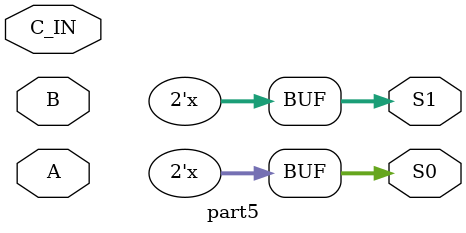
<source format=v>
module part5(A,B,C_IN,S0,S1);
	input C_IN;
	input [3:0]A, B;
	output[1:0]S0,S1;
	
	wire[4:0]sum;
	
	reg[1:0]S0,S1;
	
	reg[3:0]tmp;
	reg[1:0]carry;
	
	assign sum = A+B+C_IN;
	
	always @(A or B) begin
		

		if (sum>9) begin
			carry <= 1;
			tmp <= 10;
		end
		else begin
			carry <= 0;
			tmp <= 0;
		end
		
		S0 <= sum - tmp;
		S1 <= carry;
		
	end
	
endmodule
</source>
